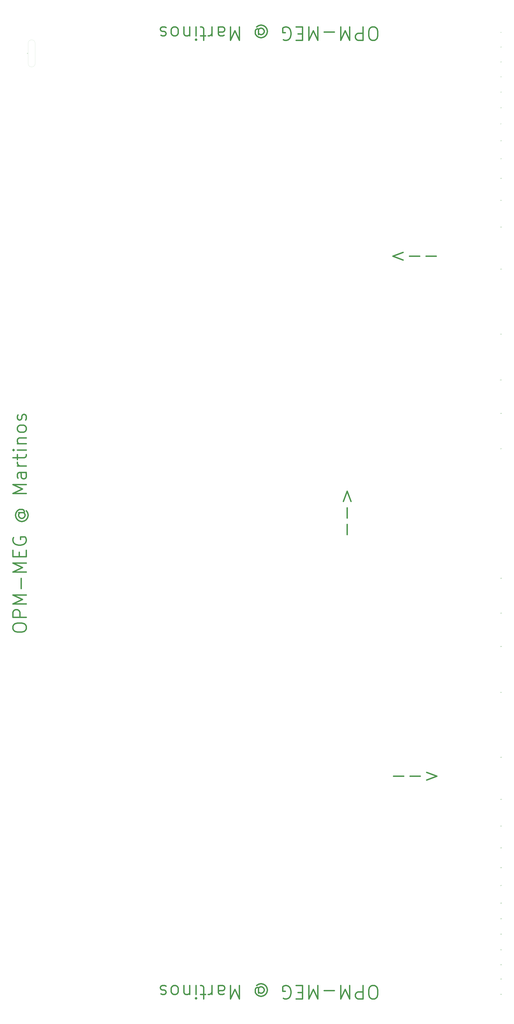
<source format=gbr>
%TF.GenerationSoftware,KiCad,Pcbnew,7.0.1-3b83917a11~172~ubuntu22.04.1*%
%TF.CreationDate,2023-12-10T16:36:40-05:00*%
%TF.ProjectId,coil_template_second,636f696c-5f74-4656-9d70-6c6174655f73,rev?*%
%TF.SameCoordinates,Original*%
%TF.FileFunction,Legend,Top*%
%TF.FilePolarity,Positive*%
%FSLAX46Y46*%
G04 Gerber Fmt 4.6, Leading zero omitted, Abs format (unit mm)*
G04 Created by KiCad (PCBNEW 7.0.1-3b83917a11~172~ubuntu22.04.1) date 2023-12-10 16:36:40*
%MOMM*%
%LPD*%
G01*
G04 APERTURE LIST*
%ADD10C,2.000000*%
%ADD11C,0.150000*%
%ADD12C,0.120000*%
G04 APERTURE END LIST*
D10*
X586004363Y-1138500048D02*
X601242459Y-1138500048D01*
X610766268Y-1138500048D02*
X626004364Y-1138500048D01*
X635528173Y-1132785762D02*
X650766269Y-1138500048D01*
X650766269Y-1138500048D02*
X635528173Y-1144214334D01*
X557619047Y-1470747619D02*
X553809523Y-1470747619D01*
X553809523Y-1470747619D02*
X551904761Y-1469795238D01*
X551904761Y-1469795238D02*
X549999999Y-1467890476D01*
X549999999Y-1467890476D02*
X549047618Y-1464080952D01*
X549047618Y-1464080952D02*
X549047618Y-1457414285D01*
X549047618Y-1457414285D02*
X549999999Y-1453604761D01*
X549999999Y-1453604761D02*
X551904761Y-1451700000D01*
X551904761Y-1451700000D02*
X553809523Y-1450747619D01*
X553809523Y-1450747619D02*
X557619047Y-1450747619D01*
X557619047Y-1450747619D02*
X559523809Y-1451700000D01*
X559523809Y-1451700000D02*
X561428571Y-1453604761D01*
X561428571Y-1453604761D02*
X562380952Y-1457414285D01*
X562380952Y-1457414285D02*
X562380952Y-1464080952D01*
X562380952Y-1464080952D02*
X561428571Y-1467890476D01*
X561428571Y-1467890476D02*
X559523809Y-1469795238D01*
X559523809Y-1469795238D02*
X557619047Y-1470747619D01*
X540476190Y-1450747619D02*
X540476190Y-1470747619D01*
X540476190Y-1470747619D02*
X532857142Y-1470747619D01*
X532857142Y-1470747619D02*
X530952380Y-1469795238D01*
X530952380Y-1469795238D02*
X529999999Y-1468842857D01*
X529999999Y-1468842857D02*
X529047618Y-1466938095D01*
X529047618Y-1466938095D02*
X529047618Y-1464080952D01*
X529047618Y-1464080952D02*
X529999999Y-1462176190D01*
X529999999Y-1462176190D02*
X530952380Y-1461223809D01*
X530952380Y-1461223809D02*
X532857142Y-1460271428D01*
X532857142Y-1460271428D02*
X540476190Y-1460271428D01*
X520476190Y-1450747619D02*
X520476190Y-1470747619D01*
X520476190Y-1470747619D02*
X513809523Y-1456461904D01*
X513809523Y-1456461904D02*
X507142856Y-1470747619D01*
X507142856Y-1470747619D02*
X507142856Y-1450747619D01*
X497619047Y-1458366666D02*
X482380952Y-1458366666D01*
X472857142Y-1450747619D02*
X472857142Y-1470747619D01*
X472857142Y-1470747619D02*
X466190475Y-1456461904D01*
X466190475Y-1456461904D02*
X459523808Y-1470747619D01*
X459523808Y-1470747619D02*
X459523808Y-1450747619D01*
X449999999Y-1461223809D02*
X443333332Y-1461223809D01*
X440476189Y-1450747619D02*
X449999999Y-1450747619D01*
X449999999Y-1450747619D02*
X449999999Y-1470747619D01*
X449999999Y-1470747619D02*
X440476189Y-1470747619D01*
X421428570Y-1469795238D02*
X423333332Y-1470747619D01*
X423333332Y-1470747619D02*
X426190475Y-1470747619D01*
X426190475Y-1470747619D02*
X429047618Y-1469795238D01*
X429047618Y-1469795238D02*
X430952380Y-1467890476D01*
X430952380Y-1467890476D02*
X431904761Y-1465985714D01*
X431904761Y-1465985714D02*
X432857142Y-1462176190D01*
X432857142Y-1462176190D02*
X432857142Y-1459319047D01*
X432857142Y-1459319047D02*
X431904761Y-1455509523D01*
X431904761Y-1455509523D02*
X430952380Y-1453604761D01*
X430952380Y-1453604761D02*
X429047618Y-1451700000D01*
X429047618Y-1451700000D02*
X426190475Y-1450747619D01*
X426190475Y-1450747619D02*
X424285713Y-1450747619D01*
X424285713Y-1450747619D02*
X421428570Y-1451700000D01*
X421428570Y-1451700000D02*
X420476189Y-1452652380D01*
X420476189Y-1452652380D02*
X420476189Y-1459319047D01*
X420476189Y-1459319047D02*
X424285713Y-1459319047D01*
X384285713Y-1460271428D02*
X385238094Y-1461223809D01*
X385238094Y-1461223809D02*
X387142856Y-1462176190D01*
X387142856Y-1462176190D02*
X389047618Y-1462176190D01*
X389047618Y-1462176190D02*
X390952380Y-1461223809D01*
X390952380Y-1461223809D02*
X391904761Y-1460271428D01*
X391904761Y-1460271428D02*
X392857142Y-1458366666D01*
X392857142Y-1458366666D02*
X392857142Y-1456461904D01*
X392857142Y-1456461904D02*
X391904761Y-1454557142D01*
X391904761Y-1454557142D02*
X390952380Y-1453604761D01*
X390952380Y-1453604761D02*
X389047618Y-1452652380D01*
X389047618Y-1452652380D02*
X387142856Y-1452652380D01*
X387142856Y-1452652380D02*
X385238094Y-1453604761D01*
X385238094Y-1453604761D02*
X384285713Y-1454557142D01*
X384285713Y-1462176190D02*
X384285713Y-1454557142D01*
X384285713Y-1454557142D02*
X383333332Y-1453604761D01*
X383333332Y-1453604761D02*
X382380951Y-1453604761D01*
X382380951Y-1453604761D02*
X380476190Y-1454557142D01*
X380476190Y-1454557142D02*
X379523809Y-1456461904D01*
X379523809Y-1456461904D02*
X379523809Y-1461223809D01*
X379523809Y-1461223809D02*
X381428571Y-1464080952D01*
X381428571Y-1464080952D02*
X384285713Y-1465985714D01*
X384285713Y-1465985714D02*
X388095237Y-1466938095D01*
X388095237Y-1466938095D02*
X391904761Y-1465985714D01*
X391904761Y-1465985714D02*
X394761904Y-1464080952D01*
X394761904Y-1464080952D02*
X396666666Y-1461223809D01*
X396666666Y-1461223809D02*
X397619047Y-1457414285D01*
X397619047Y-1457414285D02*
X396666666Y-1453604761D01*
X396666666Y-1453604761D02*
X394761904Y-1450747619D01*
X394761904Y-1450747619D02*
X391904761Y-1448842857D01*
X391904761Y-1448842857D02*
X388095237Y-1447890476D01*
X388095237Y-1447890476D02*
X384285713Y-1448842857D01*
X384285713Y-1448842857D02*
X381428571Y-1450747619D01*
X355714285Y-1450747619D02*
X355714285Y-1470747619D01*
X355714285Y-1470747619D02*
X349047618Y-1456461904D01*
X349047618Y-1456461904D02*
X342380951Y-1470747619D01*
X342380951Y-1470747619D02*
X342380951Y-1450747619D01*
X324285713Y-1450747619D02*
X324285713Y-1461223809D01*
X324285713Y-1461223809D02*
X325238094Y-1463128571D01*
X325238094Y-1463128571D02*
X327142856Y-1464080952D01*
X327142856Y-1464080952D02*
X330952380Y-1464080952D01*
X330952380Y-1464080952D02*
X332857142Y-1463128571D01*
X324285713Y-1451700000D02*
X326190475Y-1450747619D01*
X326190475Y-1450747619D02*
X330952380Y-1450747619D01*
X330952380Y-1450747619D02*
X332857142Y-1451700000D01*
X332857142Y-1451700000D02*
X333809523Y-1453604761D01*
X333809523Y-1453604761D02*
X333809523Y-1455509523D01*
X333809523Y-1455509523D02*
X332857142Y-1457414285D01*
X332857142Y-1457414285D02*
X330952380Y-1458366666D01*
X330952380Y-1458366666D02*
X326190475Y-1458366666D01*
X326190475Y-1458366666D02*
X324285713Y-1459319047D01*
X314761904Y-1450747619D02*
X314761904Y-1464080952D01*
X314761904Y-1460271428D02*
X313809523Y-1462176190D01*
X313809523Y-1462176190D02*
X312857142Y-1463128571D01*
X312857142Y-1463128571D02*
X310952380Y-1464080952D01*
X310952380Y-1464080952D02*
X309047618Y-1464080952D01*
X305238095Y-1464080952D02*
X297619047Y-1464080952D01*
X302380952Y-1470747619D02*
X302380952Y-1453604761D01*
X302380952Y-1453604761D02*
X301428571Y-1451700000D01*
X301428571Y-1451700000D02*
X299523809Y-1450747619D01*
X299523809Y-1450747619D02*
X297619047Y-1450747619D01*
X290952381Y-1450747619D02*
X290952381Y-1464080952D01*
X290952381Y-1470747619D02*
X291904762Y-1469795238D01*
X291904762Y-1469795238D02*
X290952381Y-1468842857D01*
X290952381Y-1468842857D02*
X290000000Y-1469795238D01*
X290000000Y-1469795238D02*
X290952381Y-1470747619D01*
X290952381Y-1470747619D02*
X290952381Y-1468842857D01*
X281428571Y-1464080952D02*
X281428571Y-1450747619D01*
X281428571Y-1462176190D02*
X280476190Y-1463128571D01*
X280476190Y-1463128571D02*
X278571428Y-1464080952D01*
X278571428Y-1464080952D02*
X275714285Y-1464080952D01*
X275714285Y-1464080952D02*
X273809523Y-1463128571D01*
X273809523Y-1463128571D02*
X272857142Y-1461223809D01*
X272857142Y-1461223809D02*
X272857142Y-1450747619D01*
X260476190Y-1450747619D02*
X262380952Y-1451700000D01*
X262380952Y-1451700000D02*
X263333333Y-1452652380D01*
X263333333Y-1452652380D02*
X264285714Y-1454557142D01*
X264285714Y-1454557142D02*
X264285714Y-1460271428D01*
X264285714Y-1460271428D02*
X263333333Y-1462176190D01*
X263333333Y-1462176190D02*
X262380952Y-1463128571D01*
X262380952Y-1463128571D02*
X260476190Y-1464080952D01*
X260476190Y-1464080952D02*
X257619047Y-1464080952D01*
X257619047Y-1464080952D02*
X255714285Y-1463128571D01*
X255714285Y-1463128571D02*
X254761904Y-1462176190D01*
X254761904Y-1462176190D02*
X253809523Y-1460271428D01*
X253809523Y-1460271428D02*
X253809523Y-1454557142D01*
X253809523Y-1454557142D02*
X254761904Y-1452652380D01*
X254761904Y-1452652380D02*
X255714285Y-1451700000D01*
X255714285Y-1451700000D02*
X257619047Y-1450747619D01*
X257619047Y-1450747619D02*
X260476190Y-1450747619D01*
X246190476Y-1451700000D02*
X244285714Y-1450747619D01*
X244285714Y-1450747619D02*
X240476190Y-1450747619D01*
X240476190Y-1450747619D02*
X238571428Y-1451700000D01*
X238571428Y-1451700000D02*
X237619047Y-1453604761D01*
X237619047Y-1453604761D02*
X237619047Y-1454557142D01*
X237619047Y-1454557142D02*
X238571428Y-1456461904D01*
X238571428Y-1456461904D02*
X240476190Y-1457414285D01*
X240476190Y-1457414285D02*
X243333333Y-1457414285D01*
X243333333Y-1457414285D02*
X245238095Y-1458366666D01*
X245238095Y-1458366666D02*
X246190476Y-1460271428D01*
X246190476Y-1460271428D02*
X246190476Y-1461223809D01*
X246190476Y-1461223809D02*
X245238095Y-1463128571D01*
X245238095Y-1463128571D02*
X243333333Y-1464080952D01*
X243333333Y-1464080952D02*
X240476190Y-1464080952D01*
X240476190Y-1464080952D02*
X238571428Y-1463128571D01*
X557619047Y-40747619D02*
X553809523Y-40747619D01*
X553809523Y-40747619D02*
X551904761Y-39795238D01*
X551904761Y-39795238D02*
X549999999Y-37890476D01*
X549999999Y-37890476D02*
X549047618Y-34080952D01*
X549047618Y-34080952D02*
X549047618Y-27414285D01*
X549047618Y-27414285D02*
X549999999Y-23604761D01*
X549999999Y-23604761D02*
X551904761Y-21700000D01*
X551904761Y-21700000D02*
X553809523Y-20747619D01*
X553809523Y-20747619D02*
X557619047Y-20747619D01*
X557619047Y-20747619D02*
X559523809Y-21700000D01*
X559523809Y-21700000D02*
X561428571Y-23604761D01*
X561428571Y-23604761D02*
X562380952Y-27414285D01*
X562380952Y-27414285D02*
X562380952Y-34080952D01*
X562380952Y-34080952D02*
X561428571Y-37890476D01*
X561428571Y-37890476D02*
X559523809Y-39795238D01*
X559523809Y-39795238D02*
X557619047Y-40747619D01*
X540476190Y-20747619D02*
X540476190Y-40747619D01*
X540476190Y-40747619D02*
X532857142Y-40747619D01*
X532857142Y-40747619D02*
X530952380Y-39795238D01*
X530952380Y-39795238D02*
X529999999Y-38842857D01*
X529999999Y-38842857D02*
X529047618Y-36938095D01*
X529047618Y-36938095D02*
X529047618Y-34080952D01*
X529047618Y-34080952D02*
X529999999Y-32176190D01*
X529999999Y-32176190D02*
X530952380Y-31223809D01*
X530952380Y-31223809D02*
X532857142Y-30271428D01*
X532857142Y-30271428D02*
X540476190Y-30271428D01*
X520476190Y-20747619D02*
X520476190Y-40747619D01*
X520476190Y-40747619D02*
X513809523Y-26461904D01*
X513809523Y-26461904D02*
X507142856Y-40747619D01*
X507142856Y-40747619D02*
X507142856Y-20747619D01*
X497619047Y-28366666D02*
X482380952Y-28366666D01*
X472857142Y-20747619D02*
X472857142Y-40747619D01*
X472857142Y-40747619D02*
X466190475Y-26461904D01*
X466190475Y-26461904D02*
X459523808Y-40747619D01*
X459523808Y-40747619D02*
X459523808Y-20747619D01*
X449999999Y-31223809D02*
X443333332Y-31223809D01*
X440476189Y-20747619D02*
X449999999Y-20747619D01*
X449999999Y-20747619D02*
X449999999Y-40747619D01*
X449999999Y-40747619D02*
X440476189Y-40747619D01*
X421428570Y-39795238D02*
X423333332Y-40747619D01*
X423333332Y-40747619D02*
X426190475Y-40747619D01*
X426190475Y-40747619D02*
X429047618Y-39795238D01*
X429047618Y-39795238D02*
X430952380Y-37890476D01*
X430952380Y-37890476D02*
X431904761Y-35985714D01*
X431904761Y-35985714D02*
X432857142Y-32176190D01*
X432857142Y-32176190D02*
X432857142Y-29319047D01*
X432857142Y-29319047D02*
X431904761Y-25509523D01*
X431904761Y-25509523D02*
X430952380Y-23604761D01*
X430952380Y-23604761D02*
X429047618Y-21700000D01*
X429047618Y-21700000D02*
X426190475Y-20747619D01*
X426190475Y-20747619D02*
X424285713Y-20747619D01*
X424285713Y-20747619D02*
X421428570Y-21700000D01*
X421428570Y-21700000D02*
X420476189Y-22652380D01*
X420476189Y-22652380D02*
X420476189Y-29319047D01*
X420476189Y-29319047D02*
X424285713Y-29319047D01*
X384285713Y-30271428D02*
X385238094Y-31223809D01*
X385238094Y-31223809D02*
X387142856Y-32176190D01*
X387142856Y-32176190D02*
X389047618Y-32176190D01*
X389047618Y-32176190D02*
X390952380Y-31223809D01*
X390952380Y-31223809D02*
X391904761Y-30271428D01*
X391904761Y-30271428D02*
X392857142Y-28366666D01*
X392857142Y-28366666D02*
X392857142Y-26461904D01*
X392857142Y-26461904D02*
X391904761Y-24557142D01*
X391904761Y-24557142D02*
X390952380Y-23604761D01*
X390952380Y-23604761D02*
X389047618Y-22652380D01*
X389047618Y-22652380D02*
X387142856Y-22652380D01*
X387142856Y-22652380D02*
X385238094Y-23604761D01*
X385238094Y-23604761D02*
X384285713Y-24557142D01*
X384285713Y-32176190D02*
X384285713Y-24557142D01*
X384285713Y-24557142D02*
X383333332Y-23604761D01*
X383333332Y-23604761D02*
X382380951Y-23604761D01*
X382380951Y-23604761D02*
X380476190Y-24557142D01*
X380476190Y-24557142D02*
X379523809Y-26461904D01*
X379523809Y-26461904D02*
X379523809Y-31223809D01*
X379523809Y-31223809D02*
X381428571Y-34080952D01*
X381428571Y-34080952D02*
X384285713Y-35985714D01*
X384285713Y-35985714D02*
X388095237Y-36938095D01*
X388095237Y-36938095D02*
X391904761Y-35985714D01*
X391904761Y-35985714D02*
X394761904Y-34080952D01*
X394761904Y-34080952D02*
X396666666Y-31223809D01*
X396666666Y-31223809D02*
X397619047Y-27414285D01*
X397619047Y-27414285D02*
X396666666Y-23604761D01*
X396666666Y-23604761D02*
X394761904Y-20747619D01*
X394761904Y-20747619D02*
X391904761Y-18842857D01*
X391904761Y-18842857D02*
X388095237Y-17890476D01*
X388095237Y-17890476D02*
X384285713Y-18842857D01*
X384285713Y-18842857D02*
X381428571Y-20747619D01*
X355714285Y-20747619D02*
X355714285Y-40747619D01*
X355714285Y-40747619D02*
X349047618Y-26461904D01*
X349047618Y-26461904D02*
X342380951Y-40747619D01*
X342380951Y-40747619D02*
X342380951Y-20747619D01*
X324285713Y-20747619D02*
X324285713Y-31223809D01*
X324285713Y-31223809D02*
X325238094Y-33128571D01*
X325238094Y-33128571D02*
X327142856Y-34080952D01*
X327142856Y-34080952D02*
X330952380Y-34080952D01*
X330952380Y-34080952D02*
X332857142Y-33128571D01*
X324285713Y-21700000D02*
X326190475Y-20747619D01*
X326190475Y-20747619D02*
X330952380Y-20747619D01*
X330952380Y-20747619D02*
X332857142Y-21700000D01*
X332857142Y-21700000D02*
X333809523Y-23604761D01*
X333809523Y-23604761D02*
X333809523Y-25509523D01*
X333809523Y-25509523D02*
X332857142Y-27414285D01*
X332857142Y-27414285D02*
X330952380Y-28366666D01*
X330952380Y-28366666D02*
X326190475Y-28366666D01*
X326190475Y-28366666D02*
X324285713Y-29319047D01*
X314761904Y-20747619D02*
X314761904Y-34080952D01*
X314761904Y-30271428D02*
X313809523Y-32176190D01*
X313809523Y-32176190D02*
X312857142Y-33128571D01*
X312857142Y-33128571D02*
X310952380Y-34080952D01*
X310952380Y-34080952D02*
X309047618Y-34080952D01*
X305238095Y-34080952D02*
X297619047Y-34080952D01*
X302380952Y-40747619D02*
X302380952Y-23604761D01*
X302380952Y-23604761D02*
X301428571Y-21700000D01*
X301428571Y-21700000D02*
X299523809Y-20747619D01*
X299523809Y-20747619D02*
X297619047Y-20747619D01*
X290952381Y-20747619D02*
X290952381Y-34080952D01*
X290952381Y-40747619D02*
X291904762Y-39795238D01*
X291904762Y-39795238D02*
X290952381Y-38842857D01*
X290952381Y-38842857D02*
X290000000Y-39795238D01*
X290000000Y-39795238D02*
X290952381Y-40747619D01*
X290952381Y-40747619D02*
X290952381Y-38842857D01*
X281428571Y-34080952D02*
X281428571Y-20747619D01*
X281428571Y-32176190D02*
X280476190Y-33128571D01*
X280476190Y-33128571D02*
X278571428Y-34080952D01*
X278571428Y-34080952D02*
X275714285Y-34080952D01*
X275714285Y-34080952D02*
X273809523Y-33128571D01*
X273809523Y-33128571D02*
X272857142Y-31223809D01*
X272857142Y-31223809D02*
X272857142Y-20747619D01*
X260476190Y-20747619D02*
X262380952Y-21700000D01*
X262380952Y-21700000D02*
X263333333Y-22652380D01*
X263333333Y-22652380D02*
X264285714Y-24557142D01*
X264285714Y-24557142D02*
X264285714Y-30271428D01*
X264285714Y-30271428D02*
X263333333Y-32176190D01*
X263333333Y-32176190D02*
X262380952Y-33128571D01*
X262380952Y-33128571D02*
X260476190Y-34080952D01*
X260476190Y-34080952D02*
X257619047Y-34080952D01*
X257619047Y-34080952D02*
X255714285Y-33128571D01*
X255714285Y-33128571D02*
X254761904Y-32176190D01*
X254761904Y-32176190D02*
X253809523Y-30271428D01*
X253809523Y-30271428D02*
X253809523Y-24557142D01*
X253809523Y-24557142D02*
X254761904Y-22652380D01*
X254761904Y-22652380D02*
X255714285Y-21700000D01*
X255714285Y-21700000D02*
X257619047Y-20747619D01*
X257619047Y-20747619D02*
X260476190Y-20747619D01*
X246190476Y-21700000D02*
X244285714Y-20747619D01*
X244285714Y-20747619D02*
X240476190Y-20747619D01*
X240476190Y-20747619D02*
X238571428Y-21700000D01*
X238571428Y-21700000D02*
X237619047Y-23604761D01*
X237619047Y-23604761D02*
X237619047Y-24557142D01*
X237619047Y-24557142D02*
X238571428Y-26461904D01*
X238571428Y-26461904D02*
X240476190Y-27414285D01*
X240476190Y-27414285D02*
X243333333Y-27414285D01*
X243333333Y-27414285D02*
X245238095Y-28366666D01*
X245238095Y-28366666D02*
X246190476Y-30271428D01*
X246190476Y-30271428D02*
X246190476Y-31223809D01*
X246190476Y-31223809D02*
X245238095Y-33128571D01*
X245238095Y-33128571D02*
X243333333Y-34080952D01*
X243333333Y-34080952D02*
X240476190Y-34080952D01*
X240476190Y-34080952D02*
X238571428Y-33128571D01*
X17284077Y-918644629D02*
X17284077Y-914835105D01*
X17284077Y-914835105D02*
X18236458Y-912930343D01*
X18236458Y-912930343D02*
X20141220Y-911025581D01*
X20141220Y-911025581D02*
X23950744Y-910073200D01*
X23950744Y-910073200D02*
X30617411Y-910073200D01*
X30617411Y-910073200D02*
X34426935Y-911025581D01*
X34426935Y-911025581D02*
X36331697Y-912930343D01*
X36331697Y-912930343D02*
X37284077Y-914835105D01*
X37284077Y-914835105D02*
X37284077Y-918644629D01*
X37284077Y-918644629D02*
X36331697Y-920549391D01*
X36331697Y-920549391D02*
X34426935Y-922454153D01*
X34426935Y-922454153D02*
X30617411Y-923406534D01*
X30617411Y-923406534D02*
X23950744Y-923406534D01*
X23950744Y-923406534D02*
X20141220Y-922454153D01*
X20141220Y-922454153D02*
X18236458Y-920549391D01*
X18236458Y-920549391D02*
X17284077Y-918644629D01*
X37284077Y-901501772D02*
X17284077Y-901501772D01*
X17284077Y-901501772D02*
X17284077Y-893882724D01*
X17284077Y-893882724D02*
X18236458Y-891977962D01*
X18236458Y-891977962D02*
X19188839Y-891025581D01*
X19188839Y-891025581D02*
X21093601Y-890073200D01*
X21093601Y-890073200D02*
X23950744Y-890073200D01*
X23950744Y-890073200D02*
X25855506Y-891025581D01*
X25855506Y-891025581D02*
X26807887Y-891977962D01*
X26807887Y-891977962D02*
X27760268Y-893882724D01*
X27760268Y-893882724D02*
X27760268Y-901501772D01*
X37284077Y-881501772D02*
X17284077Y-881501772D01*
X17284077Y-881501772D02*
X31569792Y-874835105D01*
X31569792Y-874835105D02*
X17284077Y-868168438D01*
X17284077Y-868168438D02*
X37284077Y-868168438D01*
X29665030Y-858644629D02*
X29665030Y-843406534D01*
X37284077Y-833882724D02*
X17284077Y-833882724D01*
X17284077Y-833882724D02*
X31569792Y-827216057D01*
X31569792Y-827216057D02*
X17284077Y-820549390D01*
X17284077Y-820549390D02*
X37284077Y-820549390D01*
X26807887Y-811025581D02*
X26807887Y-804358914D01*
X37284077Y-801501771D02*
X37284077Y-811025581D01*
X37284077Y-811025581D02*
X17284077Y-811025581D01*
X17284077Y-811025581D02*
X17284077Y-801501771D01*
X18236458Y-782454152D02*
X17284077Y-784358914D01*
X17284077Y-784358914D02*
X17284077Y-787216057D01*
X17284077Y-787216057D02*
X18236458Y-790073200D01*
X18236458Y-790073200D02*
X20141220Y-791977962D01*
X20141220Y-791977962D02*
X22045982Y-792930343D01*
X22045982Y-792930343D02*
X25855506Y-793882724D01*
X25855506Y-793882724D02*
X28712649Y-793882724D01*
X28712649Y-793882724D02*
X32522173Y-792930343D01*
X32522173Y-792930343D02*
X34426935Y-791977962D01*
X34426935Y-791977962D02*
X36331697Y-790073200D01*
X36331697Y-790073200D02*
X37284077Y-787216057D01*
X37284077Y-787216057D02*
X37284077Y-785311295D01*
X37284077Y-785311295D02*
X36331697Y-782454152D01*
X36331697Y-782454152D02*
X35379316Y-781501771D01*
X35379316Y-781501771D02*
X28712649Y-781501771D01*
X28712649Y-781501771D02*
X28712649Y-785311295D01*
X27760268Y-745311295D02*
X26807887Y-746263676D01*
X26807887Y-746263676D02*
X25855506Y-748168438D01*
X25855506Y-748168438D02*
X25855506Y-750073200D01*
X25855506Y-750073200D02*
X26807887Y-751977962D01*
X26807887Y-751977962D02*
X27760268Y-752930343D01*
X27760268Y-752930343D02*
X29665030Y-753882724D01*
X29665030Y-753882724D02*
X31569792Y-753882724D01*
X31569792Y-753882724D02*
X33474554Y-752930343D01*
X33474554Y-752930343D02*
X34426935Y-751977962D01*
X34426935Y-751977962D02*
X35379316Y-750073200D01*
X35379316Y-750073200D02*
X35379316Y-748168438D01*
X35379316Y-748168438D02*
X34426935Y-746263676D01*
X34426935Y-746263676D02*
X33474554Y-745311295D01*
X25855506Y-745311295D02*
X33474554Y-745311295D01*
X33474554Y-745311295D02*
X34426935Y-744358914D01*
X34426935Y-744358914D02*
X34426935Y-743406533D01*
X34426935Y-743406533D02*
X33474554Y-741501772D01*
X33474554Y-741501772D02*
X31569792Y-740549391D01*
X31569792Y-740549391D02*
X26807887Y-740549391D01*
X26807887Y-740549391D02*
X23950744Y-742454153D01*
X23950744Y-742454153D02*
X22045982Y-745311295D01*
X22045982Y-745311295D02*
X21093601Y-749120819D01*
X21093601Y-749120819D02*
X22045982Y-752930343D01*
X22045982Y-752930343D02*
X23950744Y-755787486D01*
X23950744Y-755787486D02*
X26807887Y-757692248D01*
X26807887Y-757692248D02*
X30617411Y-758644629D01*
X30617411Y-758644629D02*
X34426935Y-757692248D01*
X34426935Y-757692248D02*
X37284077Y-755787486D01*
X37284077Y-755787486D02*
X39188839Y-752930343D01*
X39188839Y-752930343D02*
X40141220Y-749120819D01*
X40141220Y-749120819D02*
X39188839Y-745311295D01*
X39188839Y-745311295D02*
X37284077Y-742454153D01*
X37284077Y-716739867D02*
X17284077Y-716739867D01*
X17284077Y-716739867D02*
X31569792Y-710073200D01*
X31569792Y-710073200D02*
X17284077Y-703406533D01*
X17284077Y-703406533D02*
X37284077Y-703406533D01*
X37284077Y-685311295D02*
X26807887Y-685311295D01*
X26807887Y-685311295D02*
X24903125Y-686263676D01*
X24903125Y-686263676D02*
X23950744Y-688168438D01*
X23950744Y-688168438D02*
X23950744Y-691977962D01*
X23950744Y-691977962D02*
X24903125Y-693882724D01*
X36331697Y-685311295D02*
X37284077Y-687216057D01*
X37284077Y-687216057D02*
X37284077Y-691977962D01*
X37284077Y-691977962D02*
X36331697Y-693882724D01*
X36331697Y-693882724D02*
X34426935Y-694835105D01*
X34426935Y-694835105D02*
X32522173Y-694835105D01*
X32522173Y-694835105D02*
X30617411Y-693882724D01*
X30617411Y-693882724D02*
X29665030Y-691977962D01*
X29665030Y-691977962D02*
X29665030Y-687216057D01*
X29665030Y-687216057D02*
X28712649Y-685311295D01*
X37284077Y-675787486D02*
X23950744Y-675787486D01*
X27760268Y-675787486D02*
X25855506Y-674835105D01*
X25855506Y-674835105D02*
X24903125Y-673882724D01*
X24903125Y-673882724D02*
X23950744Y-671977962D01*
X23950744Y-671977962D02*
X23950744Y-670073200D01*
X23950744Y-666263677D02*
X23950744Y-658644629D01*
X17284077Y-663406534D02*
X34426935Y-663406534D01*
X34426935Y-663406534D02*
X36331697Y-662454153D01*
X36331697Y-662454153D02*
X37284077Y-660549391D01*
X37284077Y-660549391D02*
X37284077Y-658644629D01*
X37284077Y-651977963D02*
X23950744Y-651977963D01*
X17284077Y-651977963D02*
X18236458Y-652930344D01*
X18236458Y-652930344D02*
X19188839Y-651977963D01*
X19188839Y-651977963D02*
X18236458Y-651025582D01*
X18236458Y-651025582D02*
X17284077Y-651977963D01*
X17284077Y-651977963D02*
X19188839Y-651977963D01*
X23950744Y-642454153D02*
X37284077Y-642454153D01*
X25855506Y-642454153D02*
X24903125Y-641501772D01*
X24903125Y-641501772D02*
X23950744Y-639597010D01*
X23950744Y-639597010D02*
X23950744Y-636739867D01*
X23950744Y-636739867D02*
X24903125Y-634835105D01*
X24903125Y-634835105D02*
X26807887Y-633882724D01*
X26807887Y-633882724D02*
X37284077Y-633882724D01*
X37284077Y-621501772D02*
X36331697Y-623406534D01*
X36331697Y-623406534D02*
X35379316Y-624358915D01*
X35379316Y-624358915D02*
X33474554Y-625311296D01*
X33474554Y-625311296D02*
X27760268Y-625311296D01*
X27760268Y-625311296D02*
X25855506Y-624358915D01*
X25855506Y-624358915D02*
X24903125Y-623406534D01*
X24903125Y-623406534D02*
X23950744Y-621501772D01*
X23950744Y-621501772D02*
X23950744Y-618644629D01*
X23950744Y-618644629D02*
X24903125Y-616739867D01*
X24903125Y-616739867D02*
X25855506Y-615787486D01*
X25855506Y-615787486D02*
X27760268Y-614835105D01*
X27760268Y-614835105D02*
X33474554Y-614835105D01*
X33474554Y-614835105D02*
X35379316Y-615787486D01*
X35379316Y-615787486D02*
X36331697Y-616739867D01*
X36331697Y-616739867D02*
X37284077Y-618644629D01*
X37284077Y-618644629D02*
X37284077Y-621501772D01*
X36331697Y-607216058D02*
X37284077Y-605311296D01*
X37284077Y-605311296D02*
X37284077Y-601501772D01*
X37284077Y-601501772D02*
X36331697Y-599597010D01*
X36331697Y-599597010D02*
X34426935Y-598644629D01*
X34426935Y-598644629D02*
X33474554Y-598644629D01*
X33474554Y-598644629D02*
X31569792Y-599597010D01*
X31569792Y-599597010D02*
X30617411Y-601501772D01*
X30617411Y-601501772D02*
X30617411Y-604358915D01*
X30617411Y-604358915D02*
X29665030Y-606263677D01*
X29665030Y-606263677D02*
X27760268Y-607216058D01*
X27760268Y-607216058D02*
X26807887Y-607216058D01*
X26807887Y-607216058D02*
X24903125Y-606263677D01*
X24903125Y-606263677D02*
X23950744Y-604358915D01*
X23950744Y-604358915D02*
X23950744Y-601501772D01*
X23950744Y-601501772D02*
X24903125Y-599597010D01*
X516768272Y-778135665D02*
X516768272Y-762897570D01*
X516768272Y-753373760D02*
X516768272Y-738135665D01*
X511053986Y-728611855D02*
X516768272Y-713373760D01*
X516768272Y-713373760D02*
X522482558Y-728611855D01*
X649867441Y-362765241D02*
X634629346Y-362765241D01*
X625105536Y-362765241D02*
X609867441Y-362765241D01*
X600343631Y-368479527D02*
X585105536Y-362765241D01*
X585105536Y-362765241D02*
X600343631Y-357050955D01*
D11*
%TO.C,J22*%
X745690476Y-1109745804D02*
X745690476Y-1110460089D01*
X745690476Y-1110460089D02*
X745642857Y-1110602946D01*
X745642857Y-1110602946D02*
X745547619Y-1110698185D01*
X745547619Y-1110698185D02*
X745404762Y-1110745804D01*
X745404762Y-1110745804D02*
X745309524Y-1110745804D01*
X746119048Y-1109841042D02*
X746166667Y-1109793423D01*
X746166667Y-1109793423D02*
X746261905Y-1109745804D01*
X746261905Y-1109745804D02*
X746500000Y-1109745804D01*
X746500000Y-1109745804D02*
X746595238Y-1109793423D01*
X746595238Y-1109793423D02*
X746642857Y-1109841042D01*
X746642857Y-1109841042D02*
X746690476Y-1109936280D01*
X746690476Y-1109936280D02*
X746690476Y-1110031518D01*
X746690476Y-1110031518D02*
X746642857Y-1110174375D01*
X746642857Y-1110174375D02*
X746071429Y-1110745804D01*
X746071429Y-1110745804D02*
X746690476Y-1110745804D01*
X747071429Y-1109841042D02*
X747119048Y-1109793423D01*
X747119048Y-1109793423D02*
X747214286Y-1109745804D01*
X747214286Y-1109745804D02*
X747452381Y-1109745804D01*
X747452381Y-1109745804D02*
X747547619Y-1109793423D01*
X747547619Y-1109793423D02*
X747595238Y-1109841042D01*
X747595238Y-1109841042D02*
X747642857Y-1109936280D01*
X747642857Y-1109936280D02*
X747642857Y-1110031518D01*
X747642857Y-1110031518D02*
X747595238Y-1110174375D01*
X747595238Y-1110174375D02*
X747023810Y-1110745804D01*
X747023810Y-1110745804D02*
X747642857Y-1110745804D01*
%TO.C,J1*%
X38462619Y-60588333D02*
X39176904Y-60588333D01*
X39176904Y-60588333D02*
X39319761Y-60635952D01*
X39319761Y-60635952D02*
X39415000Y-60731190D01*
X39415000Y-60731190D02*
X39462619Y-60874047D01*
X39462619Y-60874047D02*
X39462619Y-60969285D01*
X39462619Y-59588333D02*
X39462619Y-60159761D01*
X39462619Y-59874047D02*
X38462619Y-59874047D01*
X38462619Y-59874047D02*
X38605476Y-59969285D01*
X38605476Y-59969285D02*
X38700714Y-60064523D01*
X38700714Y-60064523D02*
X38748333Y-60159761D01*
%TO.C,J34*%
X745690476Y-1463324815D02*
X745690476Y-1464039100D01*
X745690476Y-1464039100D02*
X745642857Y-1464181957D01*
X745642857Y-1464181957D02*
X745547619Y-1464277196D01*
X745547619Y-1464277196D02*
X745404762Y-1464324815D01*
X745404762Y-1464324815D02*
X745309524Y-1464324815D01*
X746071429Y-1463324815D02*
X746690476Y-1463324815D01*
X746690476Y-1463324815D02*
X746357143Y-1463705767D01*
X746357143Y-1463705767D02*
X746500000Y-1463705767D01*
X746500000Y-1463705767D02*
X746595238Y-1463753386D01*
X746595238Y-1463753386D02*
X746642857Y-1463801005D01*
X746642857Y-1463801005D02*
X746690476Y-1463896243D01*
X746690476Y-1463896243D02*
X746690476Y-1464134338D01*
X746690476Y-1464134338D02*
X746642857Y-1464229576D01*
X746642857Y-1464229576D02*
X746595238Y-1464277196D01*
X746595238Y-1464277196D02*
X746500000Y-1464324815D01*
X746500000Y-1464324815D02*
X746214286Y-1464324815D01*
X746214286Y-1464324815D02*
X746119048Y-1464277196D01*
X746119048Y-1464277196D02*
X746071429Y-1464229576D01*
X747547619Y-1463658148D02*
X747547619Y-1464324815D01*
X747309524Y-1463277196D02*
X747071429Y-1463991481D01*
X747071429Y-1463991481D02*
X747690476Y-1463991481D01*
%TO.C,J11*%
X745690476Y-278841042D02*
X745690476Y-279555327D01*
X745690476Y-279555327D02*
X745642857Y-279698184D01*
X745642857Y-279698184D02*
X745547619Y-279793423D01*
X745547619Y-279793423D02*
X745404762Y-279841042D01*
X745404762Y-279841042D02*
X745309524Y-279841042D01*
X746690476Y-279841042D02*
X746119048Y-279841042D01*
X746404762Y-279841042D02*
X746404762Y-278841042D01*
X746404762Y-278841042D02*
X746309524Y-278983899D01*
X746309524Y-278983899D02*
X746214286Y-279079137D01*
X746214286Y-279079137D02*
X746119048Y-279126756D01*
X747642857Y-279841042D02*
X747071429Y-279841042D01*
X747357143Y-279841042D02*
X747357143Y-278841042D01*
X747357143Y-278841042D02*
X747261905Y-278983899D01*
X747261905Y-278983899D02*
X747166667Y-279079137D01*
X747166667Y-279079137D02*
X747071429Y-279126756D01*
%TO.C,J1*%
X746166666Y-28325652D02*
X746166666Y-29039937D01*
X746166666Y-29039937D02*
X746119047Y-29182794D01*
X746119047Y-29182794D02*
X746023809Y-29278033D01*
X746023809Y-29278033D02*
X745880952Y-29325652D01*
X745880952Y-29325652D02*
X745785714Y-29325652D01*
X747166666Y-29325652D02*
X746595238Y-29325652D01*
X746880952Y-29325652D02*
X746880952Y-28325652D01*
X746880952Y-28325652D02*
X746785714Y-28468509D01*
X746785714Y-28468509D02*
X746690476Y-28563747D01*
X746690476Y-28563747D02*
X746595238Y-28611366D01*
%TO.C,J31*%
X745690476Y-1396861193D02*
X745690476Y-1397575478D01*
X745690476Y-1397575478D02*
X745642857Y-1397718335D01*
X745642857Y-1397718335D02*
X745547619Y-1397813574D01*
X745547619Y-1397813574D02*
X745404762Y-1397861193D01*
X745404762Y-1397861193D02*
X745309524Y-1397861193D01*
X746071429Y-1396861193D02*
X746690476Y-1396861193D01*
X746690476Y-1396861193D02*
X746357143Y-1397242145D01*
X746357143Y-1397242145D02*
X746500000Y-1397242145D01*
X746500000Y-1397242145D02*
X746595238Y-1397289764D01*
X746595238Y-1397289764D02*
X746642857Y-1397337383D01*
X746642857Y-1397337383D02*
X746690476Y-1397432621D01*
X746690476Y-1397432621D02*
X746690476Y-1397670716D01*
X746690476Y-1397670716D02*
X746642857Y-1397765954D01*
X746642857Y-1397765954D02*
X746595238Y-1397813574D01*
X746595238Y-1397813574D02*
X746500000Y-1397861193D01*
X746500000Y-1397861193D02*
X746214286Y-1397861193D01*
X746214286Y-1397861193D02*
X746119048Y-1397813574D01*
X746119048Y-1397813574D02*
X746071429Y-1397765954D01*
X747642857Y-1397861193D02*
X747071429Y-1397861193D01*
X747357143Y-1397861193D02*
X747357143Y-1396861193D01*
X747357143Y-1396861193D02*
X747261905Y-1397004050D01*
X747261905Y-1397004050D02*
X747166667Y-1397099288D01*
X747166667Y-1397099288D02*
X747071429Y-1397146907D01*
%TO.C,J7*%
X745910737Y-164896666D02*
X745910737Y-165610951D01*
X745910737Y-165610951D02*
X745863118Y-165753808D01*
X745863118Y-165753808D02*
X745767880Y-165849047D01*
X745767880Y-165849047D02*
X745625023Y-165896666D01*
X745625023Y-165896666D02*
X745529785Y-165896666D01*
X746291690Y-164896666D02*
X746958356Y-164896666D01*
X746958356Y-164896666D02*
X746529785Y-165896666D01*
%TO.C,J23*%
X745690476Y-1172531058D02*
X745690476Y-1173245343D01*
X745690476Y-1173245343D02*
X745642857Y-1173388200D01*
X745642857Y-1173388200D02*
X745547619Y-1173483439D01*
X745547619Y-1173483439D02*
X745404762Y-1173531058D01*
X745404762Y-1173531058D02*
X745309524Y-1173531058D01*
X746119048Y-1172626296D02*
X746166667Y-1172578677D01*
X746166667Y-1172578677D02*
X746261905Y-1172531058D01*
X746261905Y-1172531058D02*
X746500000Y-1172531058D01*
X746500000Y-1172531058D02*
X746595238Y-1172578677D01*
X746595238Y-1172578677D02*
X746642857Y-1172626296D01*
X746642857Y-1172626296D02*
X746690476Y-1172721534D01*
X746690476Y-1172721534D02*
X746690476Y-1172816772D01*
X746690476Y-1172816772D02*
X746642857Y-1172959629D01*
X746642857Y-1172959629D02*
X746071429Y-1173531058D01*
X746071429Y-1173531058D02*
X746690476Y-1173531058D01*
X747023810Y-1172531058D02*
X747642857Y-1172531058D01*
X747642857Y-1172531058D02*
X747309524Y-1172912010D01*
X747309524Y-1172912010D02*
X747452381Y-1172912010D01*
X747452381Y-1172912010D02*
X747547619Y-1172959629D01*
X747547619Y-1172959629D02*
X747595238Y-1173007248D01*
X747595238Y-1173007248D02*
X747642857Y-1173102486D01*
X747642857Y-1173102486D02*
X747642857Y-1173340581D01*
X747642857Y-1173340581D02*
X747595238Y-1173435819D01*
X747595238Y-1173435819D02*
X747547619Y-1173483439D01*
X747547619Y-1173483439D02*
X747452381Y-1173531058D01*
X747452381Y-1173531058D02*
X747166667Y-1173531058D01*
X747166667Y-1173531058D02*
X747071429Y-1173483439D01*
X747071429Y-1173483439D02*
X747023810Y-1173435819D01*
%TO.C,J29*%
X745690476Y-1350579226D02*
X745690476Y-1351293511D01*
X745690476Y-1351293511D02*
X745642857Y-1351436368D01*
X745642857Y-1351436368D02*
X745547619Y-1351531607D01*
X745547619Y-1351531607D02*
X745404762Y-1351579226D01*
X745404762Y-1351579226D02*
X745309524Y-1351579226D01*
X746119048Y-1350674464D02*
X746166667Y-1350626845D01*
X746166667Y-1350626845D02*
X746261905Y-1350579226D01*
X746261905Y-1350579226D02*
X746500000Y-1350579226D01*
X746500000Y-1350579226D02*
X746595238Y-1350626845D01*
X746595238Y-1350626845D02*
X746642857Y-1350674464D01*
X746642857Y-1350674464D02*
X746690476Y-1350769702D01*
X746690476Y-1350769702D02*
X746690476Y-1350864940D01*
X746690476Y-1350864940D02*
X746642857Y-1351007797D01*
X746642857Y-1351007797D02*
X746071429Y-1351579226D01*
X746071429Y-1351579226D02*
X746690476Y-1351579226D01*
X747166667Y-1351579226D02*
X747357143Y-1351579226D01*
X747357143Y-1351579226D02*
X747452381Y-1351531607D01*
X747452381Y-1351531607D02*
X747500000Y-1351483987D01*
X747500000Y-1351483987D02*
X747595238Y-1351341130D01*
X747595238Y-1351341130D02*
X747642857Y-1351150654D01*
X747642857Y-1351150654D02*
X747642857Y-1350769702D01*
X747642857Y-1350769702D02*
X747595238Y-1350674464D01*
X747595238Y-1350674464D02*
X747547619Y-1350626845D01*
X747547619Y-1350626845D02*
X747452381Y-1350579226D01*
X747452381Y-1350579226D02*
X747261905Y-1350579226D01*
X747261905Y-1350579226D02*
X747166667Y-1350626845D01*
X747166667Y-1350626845D02*
X747119048Y-1350674464D01*
X747119048Y-1350674464D02*
X747071429Y-1350769702D01*
X747071429Y-1350769702D02*
X747071429Y-1351007797D01*
X747071429Y-1351007797D02*
X747119048Y-1351103035D01*
X747119048Y-1351103035D02*
X747166667Y-1351150654D01*
X747166667Y-1351150654D02*
X747261905Y-1351198273D01*
X747261905Y-1351198273D02*
X747452381Y-1351198273D01*
X747452381Y-1351198273D02*
X747547619Y-1351150654D01*
X747547619Y-1351150654D02*
X747595238Y-1351103035D01*
X747595238Y-1351103035D02*
X747642857Y-1351007797D01*
%TO.C,J28*%
X745690476Y-1327292701D02*
X745690476Y-1328006986D01*
X745690476Y-1328006986D02*
X745642857Y-1328149843D01*
X745642857Y-1328149843D02*
X745547619Y-1328245082D01*
X745547619Y-1328245082D02*
X745404762Y-1328292701D01*
X745404762Y-1328292701D02*
X745309524Y-1328292701D01*
X746119048Y-1327387939D02*
X746166667Y-1327340320D01*
X746166667Y-1327340320D02*
X746261905Y-1327292701D01*
X746261905Y-1327292701D02*
X746500000Y-1327292701D01*
X746500000Y-1327292701D02*
X746595238Y-1327340320D01*
X746595238Y-1327340320D02*
X746642857Y-1327387939D01*
X746642857Y-1327387939D02*
X746690476Y-1327483177D01*
X746690476Y-1327483177D02*
X746690476Y-1327578415D01*
X746690476Y-1327578415D02*
X746642857Y-1327721272D01*
X746642857Y-1327721272D02*
X746071429Y-1328292701D01*
X746071429Y-1328292701D02*
X746690476Y-1328292701D01*
X747261905Y-1327721272D02*
X747166667Y-1327673653D01*
X747166667Y-1327673653D02*
X747119048Y-1327626034D01*
X747119048Y-1327626034D02*
X747071429Y-1327530796D01*
X747071429Y-1327530796D02*
X747071429Y-1327483177D01*
X747071429Y-1327483177D02*
X747119048Y-1327387939D01*
X747119048Y-1327387939D02*
X747166667Y-1327340320D01*
X747166667Y-1327340320D02*
X747261905Y-1327292701D01*
X747261905Y-1327292701D02*
X747452381Y-1327292701D01*
X747452381Y-1327292701D02*
X747547619Y-1327340320D01*
X747547619Y-1327340320D02*
X747595238Y-1327387939D01*
X747595238Y-1327387939D02*
X747642857Y-1327483177D01*
X747642857Y-1327483177D02*
X747642857Y-1327530796D01*
X747642857Y-1327530796D02*
X747595238Y-1327626034D01*
X747595238Y-1327626034D02*
X747547619Y-1327673653D01*
X747547619Y-1327673653D02*
X747452381Y-1327721272D01*
X747452381Y-1327721272D02*
X747261905Y-1327721272D01*
X747261905Y-1327721272D02*
X747166667Y-1327768891D01*
X747166667Y-1327768891D02*
X747119048Y-1327816510D01*
X747119048Y-1327816510D02*
X747071429Y-1327911748D01*
X747071429Y-1327911748D02*
X747071429Y-1328102224D01*
X747071429Y-1328102224D02*
X747119048Y-1328197462D01*
X747119048Y-1328197462D02*
X747166667Y-1328245082D01*
X747166667Y-1328245082D02*
X747261905Y-1328292701D01*
X747261905Y-1328292701D02*
X747452381Y-1328292701D01*
X747452381Y-1328292701D02*
X747547619Y-1328245082D01*
X747547619Y-1328245082D02*
X747595238Y-1328197462D01*
X747595238Y-1328197462D02*
X747642857Y-1328102224D01*
X747642857Y-1328102224D02*
X747642857Y-1327911748D01*
X747642857Y-1327911748D02*
X747595238Y-1327816510D01*
X747595238Y-1327816510D02*
X747547619Y-1327768891D01*
X747547619Y-1327768891D02*
X747452381Y-1327721272D01*
%TO.C,J14*%
X745690476Y-478461274D02*
X745690476Y-479175559D01*
X745690476Y-479175559D02*
X745642857Y-479318416D01*
X745642857Y-479318416D02*
X745547619Y-479413655D01*
X745547619Y-479413655D02*
X745404762Y-479461274D01*
X745404762Y-479461274D02*
X745309524Y-479461274D01*
X746690476Y-479461274D02*
X746119048Y-479461274D01*
X746404762Y-479461274D02*
X746404762Y-478461274D01*
X746404762Y-478461274D02*
X746309524Y-478604131D01*
X746309524Y-478604131D02*
X746214286Y-478699369D01*
X746214286Y-478699369D02*
X746119048Y-478746988D01*
X747547619Y-478794607D02*
X747547619Y-479461274D01*
X747309524Y-478413655D02*
X747071429Y-479127940D01*
X747071429Y-479127940D02*
X747690476Y-479127940D01*
%TO.C,J17*%
X745690476Y-649453052D02*
X745690476Y-650167337D01*
X745690476Y-650167337D02*
X745642857Y-650310194D01*
X745642857Y-650310194D02*
X745547619Y-650405433D01*
X745547619Y-650405433D02*
X745404762Y-650453052D01*
X745404762Y-650453052D02*
X745309524Y-650453052D01*
X746690476Y-650453052D02*
X746119048Y-650453052D01*
X746404762Y-650453052D02*
X746404762Y-649453052D01*
X746404762Y-649453052D02*
X746309524Y-649595909D01*
X746309524Y-649595909D02*
X746214286Y-649691147D01*
X746214286Y-649691147D02*
X746119048Y-649738766D01*
X747023810Y-649453052D02*
X747690476Y-649453052D01*
X747690476Y-649453052D02*
X747261905Y-650453052D01*
%TO.C,J20*%
X745690476Y-944442575D02*
X745690476Y-945156860D01*
X745690476Y-945156860D02*
X745642857Y-945299717D01*
X745642857Y-945299717D02*
X745547619Y-945394956D01*
X745547619Y-945394956D02*
X745404762Y-945442575D01*
X745404762Y-945442575D02*
X745309524Y-945442575D01*
X746119048Y-944537813D02*
X746166667Y-944490194D01*
X746166667Y-944490194D02*
X746261905Y-944442575D01*
X746261905Y-944442575D02*
X746500000Y-944442575D01*
X746500000Y-944442575D02*
X746595238Y-944490194D01*
X746595238Y-944490194D02*
X746642857Y-944537813D01*
X746642857Y-944537813D02*
X746690476Y-944633051D01*
X746690476Y-944633051D02*
X746690476Y-944728289D01*
X746690476Y-944728289D02*
X746642857Y-944871146D01*
X746642857Y-944871146D02*
X746071429Y-945442575D01*
X746071429Y-945442575D02*
X746690476Y-945442575D01*
X747309524Y-944442575D02*
X747404762Y-944442575D01*
X747404762Y-944442575D02*
X747500000Y-944490194D01*
X747500000Y-944490194D02*
X747547619Y-944537813D01*
X747547619Y-944537813D02*
X747595238Y-944633051D01*
X747595238Y-944633051D02*
X747642857Y-944823527D01*
X747642857Y-944823527D02*
X747642857Y-945061622D01*
X747642857Y-945061622D02*
X747595238Y-945252098D01*
X747595238Y-945252098D02*
X747547619Y-945347336D01*
X747547619Y-945347336D02*
X747500000Y-945394956D01*
X747500000Y-945394956D02*
X747404762Y-945442575D01*
X747404762Y-945442575D02*
X747309524Y-945442575D01*
X747309524Y-945442575D02*
X747214286Y-945394956D01*
X747214286Y-945394956D02*
X747166667Y-945347336D01*
X747166667Y-945347336D02*
X747119048Y-945252098D01*
X747119048Y-945252098D02*
X747071429Y-945061622D01*
X747071429Y-945061622D02*
X747071429Y-944823527D01*
X747071429Y-944823527D02*
X747119048Y-944633051D01*
X747119048Y-944633051D02*
X747166667Y-944537813D01*
X747166667Y-944537813D02*
X747214286Y-944490194D01*
X747214286Y-944490194D02*
X747309524Y-944442575D01*
%TO.C,J9*%
X746166666Y-216841133D02*
X746166666Y-217555418D01*
X746166666Y-217555418D02*
X746119047Y-217698275D01*
X746119047Y-217698275D02*
X746023809Y-217793514D01*
X746023809Y-217793514D02*
X745880952Y-217841133D01*
X745880952Y-217841133D02*
X745785714Y-217841133D01*
X746690476Y-217841133D02*
X746880952Y-217841133D01*
X746880952Y-217841133D02*
X746976190Y-217793514D01*
X746976190Y-217793514D02*
X747023809Y-217745894D01*
X747023809Y-217745894D02*
X747119047Y-217603037D01*
X747119047Y-217603037D02*
X747166666Y-217412561D01*
X747166666Y-217412561D02*
X747166666Y-217031609D01*
X747166666Y-217031609D02*
X747119047Y-216936371D01*
X747119047Y-216936371D02*
X747071428Y-216888752D01*
X747071428Y-216888752D02*
X746976190Y-216841133D01*
X746976190Y-216841133D02*
X746785714Y-216841133D01*
X746785714Y-216841133D02*
X746690476Y-216888752D01*
X746690476Y-216888752D02*
X746642857Y-216936371D01*
X746642857Y-216936371D02*
X746595238Y-217031609D01*
X746595238Y-217031609D02*
X746595238Y-217269704D01*
X746595238Y-217269704D02*
X746642857Y-217364942D01*
X746642857Y-217364942D02*
X746690476Y-217412561D01*
X746690476Y-217412561D02*
X746785714Y-217460180D01*
X746785714Y-217460180D02*
X746976190Y-217460180D01*
X746976190Y-217460180D02*
X747071428Y-217412561D01*
X747071428Y-217412561D02*
X747119047Y-217364942D01*
X747119047Y-217364942D02*
X747166666Y-217269704D01*
%TO.C,J24*%
X745690476Y-1212303969D02*
X745690476Y-1213018254D01*
X745690476Y-1213018254D02*
X745642857Y-1213161111D01*
X745642857Y-1213161111D02*
X745547619Y-1213256350D01*
X745547619Y-1213256350D02*
X745404762Y-1213303969D01*
X745404762Y-1213303969D02*
X745309524Y-1213303969D01*
X746119048Y-1212399207D02*
X746166667Y-1212351588D01*
X746166667Y-1212351588D02*
X746261905Y-1212303969D01*
X746261905Y-1212303969D02*
X746500000Y-1212303969D01*
X746500000Y-1212303969D02*
X746595238Y-1212351588D01*
X746595238Y-1212351588D02*
X746642857Y-1212399207D01*
X746642857Y-1212399207D02*
X746690476Y-1212494445D01*
X746690476Y-1212494445D02*
X746690476Y-1212589683D01*
X746690476Y-1212589683D02*
X746642857Y-1212732540D01*
X746642857Y-1212732540D02*
X746071429Y-1213303969D01*
X746071429Y-1213303969D02*
X746690476Y-1213303969D01*
X747547619Y-1212637302D02*
X747547619Y-1213303969D01*
X747309524Y-1212256350D02*
X747071429Y-1212970635D01*
X747071429Y-1212970635D02*
X747690476Y-1212970635D01*
%TO.C,J3*%
X746103197Y-72460442D02*
X746103197Y-73174727D01*
X746103197Y-73174727D02*
X746055578Y-73317584D01*
X746055578Y-73317584D02*
X745960340Y-73412823D01*
X745960340Y-73412823D02*
X745817483Y-73460442D01*
X745817483Y-73460442D02*
X745722245Y-73460442D01*
X746484150Y-72460442D02*
X747103197Y-72460442D01*
X747103197Y-72460442D02*
X746769864Y-72841394D01*
X746769864Y-72841394D02*
X746912721Y-72841394D01*
X746912721Y-72841394D02*
X747007959Y-72889013D01*
X747007959Y-72889013D02*
X747055578Y-72936632D01*
X747055578Y-72936632D02*
X747103197Y-73031870D01*
X747103197Y-73031870D02*
X747103197Y-73269965D01*
X747103197Y-73269965D02*
X747055578Y-73365203D01*
X747055578Y-73365203D02*
X747007959Y-73412823D01*
X747007959Y-73412823D02*
X746912721Y-73460442D01*
X746912721Y-73460442D02*
X746627007Y-73460442D01*
X746627007Y-73460442D02*
X746531769Y-73412823D01*
X746531769Y-73412823D02*
X746484150Y-73365203D01*
%TO.C,J8*%
X746166666Y-190028028D02*
X746166666Y-190742313D01*
X746166666Y-190742313D02*
X746119047Y-190885170D01*
X746119047Y-190885170D02*
X746023809Y-190980409D01*
X746023809Y-190980409D02*
X745880952Y-191028028D01*
X745880952Y-191028028D02*
X745785714Y-191028028D01*
X746785714Y-190456599D02*
X746690476Y-190408980D01*
X746690476Y-190408980D02*
X746642857Y-190361361D01*
X746642857Y-190361361D02*
X746595238Y-190266123D01*
X746595238Y-190266123D02*
X746595238Y-190218504D01*
X746595238Y-190218504D02*
X746642857Y-190123266D01*
X746642857Y-190123266D02*
X746690476Y-190075647D01*
X746690476Y-190075647D02*
X746785714Y-190028028D01*
X746785714Y-190028028D02*
X746976190Y-190028028D01*
X746976190Y-190028028D02*
X747071428Y-190075647D01*
X747071428Y-190075647D02*
X747119047Y-190123266D01*
X747119047Y-190123266D02*
X747166666Y-190218504D01*
X747166666Y-190218504D02*
X747166666Y-190266123D01*
X747166666Y-190266123D02*
X747119047Y-190361361D01*
X747119047Y-190361361D02*
X747071428Y-190408980D01*
X747071428Y-190408980D02*
X746976190Y-190456599D01*
X746976190Y-190456599D02*
X746785714Y-190456599D01*
X746785714Y-190456599D02*
X746690476Y-190504218D01*
X746690476Y-190504218D02*
X746642857Y-190551837D01*
X746642857Y-190551837D02*
X746595238Y-190647075D01*
X746595238Y-190647075D02*
X746595238Y-190837551D01*
X746595238Y-190837551D02*
X746642857Y-190932789D01*
X746642857Y-190932789D02*
X746690476Y-190980409D01*
X746690476Y-190980409D02*
X746785714Y-191028028D01*
X746785714Y-191028028D02*
X746976190Y-191028028D01*
X746976190Y-191028028D02*
X747071428Y-190980409D01*
X747071428Y-190980409D02*
X747119047Y-190932789D01*
X747119047Y-190932789D02*
X747166666Y-190837551D01*
X747166666Y-190837551D02*
X747166666Y-190647075D01*
X747166666Y-190647075D02*
X747119047Y-190551837D01*
X747119047Y-190551837D02*
X747071428Y-190504218D01*
X747071428Y-190504218D02*
X746976190Y-190456599D01*
%TO.C,J4*%
X746166666Y-94596592D02*
X746166666Y-95310877D01*
X746166666Y-95310877D02*
X746119047Y-95453734D01*
X746119047Y-95453734D02*
X746023809Y-95548973D01*
X746023809Y-95548973D02*
X745880952Y-95596592D01*
X745880952Y-95596592D02*
X745785714Y-95596592D01*
X747071428Y-94929925D02*
X747071428Y-95596592D01*
X746833333Y-94548973D02*
X746595238Y-95263258D01*
X746595238Y-95263258D02*
X747214285Y-95263258D01*
%TO.C,J15*%
X745324909Y-546826798D02*
X745324909Y-547541083D01*
X745324909Y-547541083D02*
X745277290Y-547683940D01*
X745277290Y-547683940D02*
X745182052Y-547779179D01*
X745182052Y-547779179D02*
X745039195Y-547826798D01*
X745039195Y-547826798D02*
X744943957Y-547826798D01*
X746324909Y-547826798D02*
X745753481Y-547826798D01*
X746039195Y-547826798D02*
X746039195Y-546826798D01*
X746039195Y-546826798D02*
X745943957Y-546969655D01*
X745943957Y-546969655D02*
X745848719Y-547064893D01*
X745848719Y-547064893D02*
X745753481Y-547112512D01*
X747229671Y-546826798D02*
X746753481Y-546826798D01*
X746753481Y-546826798D02*
X746705862Y-547302988D01*
X746705862Y-547302988D02*
X746753481Y-547255369D01*
X746753481Y-547255369D02*
X746848719Y-547207750D01*
X746848719Y-547207750D02*
X747086814Y-547207750D01*
X747086814Y-547207750D02*
X747182052Y-547255369D01*
X747182052Y-547255369D02*
X747229671Y-547302988D01*
X747229671Y-547302988D02*
X747277290Y-547398226D01*
X747277290Y-547398226D02*
X747277290Y-547636321D01*
X747277290Y-547636321D02*
X747229671Y-547731559D01*
X747229671Y-547731559D02*
X747182052Y-547779179D01*
X747182052Y-547779179D02*
X747086814Y-547826798D01*
X747086814Y-547826798D02*
X746848719Y-547826798D01*
X746848719Y-547826798D02*
X746753481Y-547779179D01*
X746753481Y-547779179D02*
X746705862Y-547731559D01*
%TO.C,J6*%
X746166666Y-140785871D02*
X746166666Y-141500156D01*
X746166666Y-141500156D02*
X746119047Y-141643013D01*
X746119047Y-141643013D02*
X746023809Y-141738252D01*
X746023809Y-141738252D02*
X745880952Y-141785871D01*
X745880952Y-141785871D02*
X745785714Y-141785871D01*
X747071428Y-140785871D02*
X746880952Y-140785871D01*
X746880952Y-140785871D02*
X746785714Y-140833490D01*
X746785714Y-140833490D02*
X746738095Y-140881109D01*
X746738095Y-140881109D02*
X746642857Y-141023966D01*
X746642857Y-141023966D02*
X746595238Y-141214442D01*
X746595238Y-141214442D02*
X746595238Y-141595394D01*
X746595238Y-141595394D02*
X746642857Y-141690632D01*
X746642857Y-141690632D02*
X746690476Y-141738252D01*
X746690476Y-141738252D02*
X746785714Y-141785871D01*
X746785714Y-141785871D02*
X746976190Y-141785871D01*
X746976190Y-141785871D02*
X747071428Y-141738252D01*
X747071428Y-141738252D02*
X747119047Y-141690632D01*
X747119047Y-141690632D02*
X747166666Y-141595394D01*
X747166666Y-141595394D02*
X747166666Y-141357299D01*
X747166666Y-141357299D02*
X747119047Y-141262061D01*
X747119047Y-141262061D02*
X747071428Y-141214442D01*
X747071428Y-141214442D02*
X746976190Y-141166823D01*
X746976190Y-141166823D02*
X746785714Y-141166823D01*
X746785714Y-141166823D02*
X746690476Y-141214442D01*
X746690476Y-141214442D02*
X746642857Y-141262061D01*
X746642857Y-141262061D02*
X746595238Y-141357299D01*
%TO.C,J27*%
X745690476Y-1301046847D02*
X745690476Y-1301761132D01*
X745690476Y-1301761132D02*
X745642857Y-1301903989D01*
X745642857Y-1301903989D02*
X745547619Y-1301999228D01*
X745547619Y-1301999228D02*
X745404762Y-1302046847D01*
X745404762Y-1302046847D02*
X745309524Y-1302046847D01*
X746119048Y-1301142085D02*
X746166667Y-1301094466D01*
X746166667Y-1301094466D02*
X746261905Y-1301046847D01*
X746261905Y-1301046847D02*
X746500000Y-1301046847D01*
X746500000Y-1301046847D02*
X746595238Y-1301094466D01*
X746595238Y-1301094466D02*
X746642857Y-1301142085D01*
X746642857Y-1301142085D02*
X746690476Y-1301237323D01*
X746690476Y-1301237323D02*
X746690476Y-1301332561D01*
X746690476Y-1301332561D02*
X746642857Y-1301475418D01*
X746642857Y-1301475418D02*
X746071429Y-1302046847D01*
X746071429Y-1302046847D02*
X746690476Y-1302046847D01*
X747023810Y-1301046847D02*
X747690476Y-1301046847D01*
X747690476Y-1301046847D02*
X747261905Y-1302046847D01*
%TO.C,J32*%
X745690476Y-1419177446D02*
X745690476Y-1419891731D01*
X745690476Y-1419891731D02*
X745642857Y-1420034588D01*
X745642857Y-1420034588D02*
X745547619Y-1420129827D01*
X745547619Y-1420129827D02*
X745404762Y-1420177446D01*
X745404762Y-1420177446D02*
X745309524Y-1420177446D01*
X746071429Y-1419177446D02*
X746690476Y-1419177446D01*
X746690476Y-1419177446D02*
X746357143Y-1419558398D01*
X746357143Y-1419558398D02*
X746500000Y-1419558398D01*
X746500000Y-1419558398D02*
X746595238Y-1419606017D01*
X746595238Y-1419606017D02*
X746642857Y-1419653636D01*
X746642857Y-1419653636D02*
X746690476Y-1419748874D01*
X746690476Y-1419748874D02*
X746690476Y-1419986969D01*
X746690476Y-1419986969D02*
X746642857Y-1420082207D01*
X746642857Y-1420082207D02*
X746595238Y-1420129827D01*
X746595238Y-1420129827D02*
X746500000Y-1420177446D01*
X746500000Y-1420177446D02*
X746214286Y-1420177446D01*
X746214286Y-1420177446D02*
X746119048Y-1420129827D01*
X746119048Y-1420129827D02*
X746071429Y-1420082207D01*
X747071429Y-1419272684D02*
X747119048Y-1419225065D01*
X747119048Y-1419225065D02*
X747214286Y-1419177446D01*
X747214286Y-1419177446D02*
X747452381Y-1419177446D01*
X747452381Y-1419177446D02*
X747547619Y-1419225065D01*
X747547619Y-1419225065D02*
X747595238Y-1419272684D01*
X747595238Y-1419272684D02*
X747642857Y-1419367922D01*
X747642857Y-1419367922D02*
X747642857Y-1419463160D01*
X747642857Y-1419463160D02*
X747595238Y-1419606017D01*
X747595238Y-1419606017D02*
X747023810Y-1420177446D01*
X747023810Y-1420177446D02*
X747642857Y-1420177446D01*
%TO.C,J26*%
X745690476Y-1274364371D02*
X745690476Y-1275078656D01*
X745690476Y-1275078656D02*
X745642857Y-1275221513D01*
X745642857Y-1275221513D02*
X745547619Y-1275316752D01*
X745547619Y-1275316752D02*
X745404762Y-1275364371D01*
X745404762Y-1275364371D02*
X745309524Y-1275364371D01*
X746119048Y-1274459609D02*
X746166667Y-1274411990D01*
X746166667Y-1274411990D02*
X746261905Y-1274364371D01*
X746261905Y-1274364371D02*
X746500000Y-1274364371D01*
X746500000Y-1274364371D02*
X746595238Y-1274411990D01*
X746595238Y-1274411990D02*
X746642857Y-1274459609D01*
X746642857Y-1274459609D02*
X746690476Y-1274554847D01*
X746690476Y-1274554847D02*
X746690476Y-1274650085D01*
X746690476Y-1274650085D02*
X746642857Y-1274792942D01*
X746642857Y-1274792942D02*
X746071429Y-1275364371D01*
X746071429Y-1275364371D02*
X746690476Y-1275364371D01*
X747547619Y-1274364371D02*
X747357143Y-1274364371D01*
X747357143Y-1274364371D02*
X747261905Y-1274411990D01*
X747261905Y-1274411990D02*
X747214286Y-1274459609D01*
X747214286Y-1274459609D02*
X747119048Y-1274602466D01*
X747119048Y-1274602466D02*
X747071429Y-1274792942D01*
X747071429Y-1274792942D02*
X747071429Y-1275173894D01*
X747071429Y-1275173894D02*
X747119048Y-1275269132D01*
X747119048Y-1275269132D02*
X747166667Y-1275316752D01*
X747166667Y-1275316752D02*
X747261905Y-1275364371D01*
X747261905Y-1275364371D02*
X747452381Y-1275364371D01*
X747452381Y-1275364371D02*
X747547619Y-1275316752D01*
X747547619Y-1275316752D02*
X747595238Y-1275269132D01*
X747595238Y-1275269132D02*
X747642857Y-1275173894D01*
X747642857Y-1275173894D02*
X747642857Y-1274935799D01*
X747642857Y-1274935799D02*
X747595238Y-1274840561D01*
X747595238Y-1274840561D02*
X747547619Y-1274792942D01*
X747547619Y-1274792942D02*
X747452381Y-1274745323D01*
X747452381Y-1274745323D02*
X747261905Y-1274745323D01*
X747261905Y-1274745323D02*
X747166667Y-1274792942D01*
X747166667Y-1274792942D02*
X747119048Y-1274840561D01*
X747119048Y-1274840561D02*
X747071429Y-1274935799D01*
%TO.C,J25*%
X745690476Y-1244863166D02*
X745690476Y-1245577451D01*
X745690476Y-1245577451D02*
X745642857Y-1245720308D01*
X745642857Y-1245720308D02*
X745547619Y-1245815547D01*
X745547619Y-1245815547D02*
X745404762Y-1245863166D01*
X745404762Y-1245863166D02*
X745309524Y-1245863166D01*
X746119048Y-1244958404D02*
X746166667Y-1244910785D01*
X746166667Y-1244910785D02*
X746261905Y-1244863166D01*
X746261905Y-1244863166D02*
X746500000Y-1244863166D01*
X746500000Y-1244863166D02*
X746595238Y-1244910785D01*
X746595238Y-1244910785D02*
X746642857Y-1244958404D01*
X746642857Y-1244958404D02*
X746690476Y-1245053642D01*
X746690476Y-1245053642D02*
X746690476Y-1245148880D01*
X746690476Y-1245148880D02*
X746642857Y-1245291737D01*
X746642857Y-1245291737D02*
X746071429Y-1245863166D01*
X746071429Y-1245863166D02*
X746690476Y-1245863166D01*
X747595238Y-1244863166D02*
X747119048Y-1244863166D01*
X747119048Y-1244863166D02*
X747071429Y-1245339356D01*
X747071429Y-1245339356D02*
X747119048Y-1245291737D01*
X747119048Y-1245291737D02*
X747214286Y-1245244118D01*
X747214286Y-1245244118D02*
X747452381Y-1245244118D01*
X747452381Y-1245244118D02*
X747547619Y-1245291737D01*
X747547619Y-1245291737D02*
X747595238Y-1245339356D01*
X747595238Y-1245339356D02*
X747642857Y-1245434594D01*
X747642857Y-1245434594D02*
X747642857Y-1245672689D01*
X747642857Y-1245672689D02*
X747595238Y-1245767927D01*
X747595238Y-1245767927D02*
X747547619Y-1245815547D01*
X747547619Y-1245815547D02*
X747452381Y-1245863166D01*
X747452381Y-1245863166D02*
X747214286Y-1245863166D01*
X747214286Y-1245863166D02*
X747119048Y-1245815547D01*
X747119048Y-1245815547D02*
X747071429Y-1245767927D01*
%TO.C,J10*%
X745690476Y-246051730D02*
X745690476Y-246766015D01*
X745690476Y-246766015D02*
X745642857Y-246908872D01*
X745642857Y-246908872D02*
X745547619Y-247004111D01*
X745547619Y-247004111D02*
X745404762Y-247051730D01*
X745404762Y-247051730D02*
X745309524Y-247051730D01*
X746690476Y-247051730D02*
X746119048Y-247051730D01*
X746404762Y-247051730D02*
X746404762Y-246051730D01*
X746404762Y-246051730D02*
X746309524Y-246194587D01*
X746309524Y-246194587D02*
X746214286Y-246289825D01*
X746214286Y-246289825D02*
X746119048Y-246337444D01*
X747309524Y-246051730D02*
X747404762Y-246051730D01*
X747404762Y-246051730D02*
X747500000Y-246099349D01*
X747500000Y-246099349D02*
X747547619Y-246146968D01*
X747547619Y-246146968D02*
X747595238Y-246242206D01*
X747595238Y-246242206D02*
X747642857Y-246432682D01*
X747642857Y-246432682D02*
X747642857Y-246670777D01*
X747642857Y-246670777D02*
X747595238Y-246861253D01*
X747595238Y-246861253D02*
X747547619Y-246956491D01*
X747547619Y-246956491D02*
X747500000Y-247004111D01*
X747500000Y-247004111D02*
X747404762Y-247051730D01*
X747404762Y-247051730D02*
X747309524Y-247051730D01*
X747309524Y-247051730D02*
X747214286Y-247004111D01*
X747214286Y-247004111D02*
X747166667Y-246956491D01*
X747166667Y-246956491D02*
X747119048Y-246861253D01*
X747119048Y-246861253D02*
X747071429Y-246670777D01*
X747071429Y-246670777D02*
X747071429Y-246432682D01*
X747071429Y-246432682D02*
X747119048Y-246242206D01*
X747119048Y-246242206D02*
X747166667Y-246146968D01*
X747166667Y-246146968D02*
X747214286Y-246099349D01*
X747214286Y-246099349D02*
X747309524Y-246051730D01*
%TO.C,J30*%
X745690476Y-1373574669D02*
X745690476Y-1374288954D01*
X745690476Y-1374288954D02*
X745642857Y-1374431811D01*
X745642857Y-1374431811D02*
X745547619Y-1374527050D01*
X745547619Y-1374527050D02*
X745404762Y-1374574669D01*
X745404762Y-1374574669D02*
X745309524Y-1374574669D01*
X746071429Y-1373574669D02*
X746690476Y-1373574669D01*
X746690476Y-1373574669D02*
X746357143Y-1373955621D01*
X746357143Y-1373955621D02*
X746500000Y-1373955621D01*
X746500000Y-1373955621D02*
X746595238Y-1374003240D01*
X746595238Y-1374003240D02*
X746642857Y-1374050859D01*
X746642857Y-1374050859D02*
X746690476Y-1374146097D01*
X746690476Y-1374146097D02*
X746690476Y-1374384192D01*
X746690476Y-1374384192D02*
X746642857Y-1374479430D01*
X746642857Y-1374479430D02*
X746595238Y-1374527050D01*
X746595238Y-1374527050D02*
X746500000Y-1374574669D01*
X746500000Y-1374574669D02*
X746214286Y-1374574669D01*
X746214286Y-1374574669D02*
X746119048Y-1374527050D01*
X746119048Y-1374527050D02*
X746071429Y-1374479430D01*
X747309524Y-1373574669D02*
X747404762Y-1373574669D01*
X747404762Y-1373574669D02*
X747500000Y-1373622288D01*
X747500000Y-1373622288D02*
X747547619Y-1373669907D01*
X747547619Y-1373669907D02*
X747595238Y-1373765145D01*
X747595238Y-1373765145D02*
X747642857Y-1373955621D01*
X747642857Y-1373955621D02*
X747642857Y-1374193716D01*
X747642857Y-1374193716D02*
X747595238Y-1374384192D01*
X747595238Y-1374384192D02*
X747547619Y-1374479430D01*
X747547619Y-1374479430D02*
X747500000Y-1374527050D01*
X747500000Y-1374527050D02*
X747404762Y-1374574669D01*
X747404762Y-1374574669D02*
X747309524Y-1374574669D01*
X747309524Y-1374574669D02*
X747214286Y-1374527050D01*
X747214286Y-1374527050D02*
X747166667Y-1374479430D01*
X747166667Y-1374479430D02*
X747119048Y-1374384192D01*
X747119048Y-1374384192D02*
X747071429Y-1374193716D01*
X747071429Y-1374193716D02*
X747071429Y-1373955621D01*
X747071429Y-1373955621D02*
X747119048Y-1373765145D01*
X747119048Y-1373765145D02*
X747166667Y-1373669907D01*
X747166667Y-1373669907D02*
X747214286Y-1373622288D01*
X747214286Y-1373622288D02*
X747309524Y-1373574669D01*
%TO.C,J2*%
X746166666Y-50188383D02*
X746166666Y-50902668D01*
X746166666Y-50902668D02*
X746119047Y-51045525D01*
X746119047Y-51045525D02*
X746023809Y-51140764D01*
X746023809Y-51140764D02*
X745880952Y-51188383D01*
X745880952Y-51188383D02*
X745785714Y-51188383D01*
X746595238Y-50283621D02*
X746642857Y-50236002D01*
X746642857Y-50236002D02*
X746738095Y-50188383D01*
X746738095Y-50188383D02*
X746976190Y-50188383D01*
X746976190Y-50188383D02*
X747071428Y-50236002D01*
X747071428Y-50236002D02*
X747119047Y-50283621D01*
X747119047Y-50283621D02*
X747166666Y-50378859D01*
X747166666Y-50378859D02*
X747166666Y-50474097D01*
X747166666Y-50474097D02*
X747119047Y-50616954D01*
X747119047Y-50616954D02*
X746547619Y-51188383D01*
X746547619Y-51188383D02*
X747166666Y-51188383D01*
%TO.C,J12*%
X745690476Y-318749355D02*
X745690476Y-319463640D01*
X745690476Y-319463640D02*
X745642857Y-319606497D01*
X745642857Y-319606497D02*
X745547619Y-319701736D01*
X745547619Y-319701736D02*
X745404762Y-319749355D01*
X745404762Y-319749355D02*
X745309524Y-319749355D01*
X746690476Y-319749355D02*
X746119048Y-319749355D01*
X746404762Y-319749355D02*
X746404762Y-318749355D01*
X746404762Y-318749355D02*
X746309524Y-318892212D01*
X746309524Y-318892212D02*
X746214286Y-318987450D01*
X746214286Y-318987450D02*
X746119048Y-319035069D01*
X747071429Y-318844593D02*
X747119048Y-318796974D01*
X747119048Y-318796974D02*
X747214286Y-318749355D01*
X747214286Y-318749355D02*
X747452381Y-318749355D01*
X747452381Y-318749355D02*
X747547619Y-318796974D01*
X747547619Y-318796974D02*
X747595238Y-318844593D01*
X747595238Y-318844593D02*
X747642857Y-318939831D01*
X747642857Y-318939831D02*
X747642857Y-319035069D01*
X747642857Y-319035069D02*
X747595238Y-319177926D01*
X747595238Y-319177926D02*
X747023810Y-319749355D01*
X747023810Y-319749355D02*
X747642857Y-319749355D01*
%TO.C,J16*%
X745690476Y-596670431D02*
X745690476Y-597384716D01*
X745690476Y-597384716D02*
X745642857Y-597527573D01*
X745642857Y-597527573D02*
X745547619Y-597622812D01*
X745547619Y-597622812D02*
X745404762Y-597670431D01*
X745404762Y-597670431D02*
X745309524Y-597670431D01*
X746690476Y-597670431D02*
X746119048Y-597670431D01*
X746404762Y-597670431D02*
X746404762Y-596670431D01*
X746404762Y-596670431D02*
X746309524Y-596813288D01*
X746309524Y-596813288D02*
X746214286Y-596908526D01*
X746214286Y-596908526D02*
X746119048Y-596956145D01*
X747547619Y-596670431D02*
X747357143Y-596670431D01*
X747357143Y-596670431D02*
X747261905Y-596718050D01*
X747261905Y-596718050D02*
X747214286Y-596765669D01*
X747214286Y-596765669D02*
X747119048Y-596908526D01*
X747119048Y-596908526D02*
X747071429Y-597099002D01*
X747071429Y-597099002D02*
X747071429Y-597479954D01*
X747071429Y-597479954D02*
X747119048Y-597575192D01*
X747119048Y-597575192D02*
X747166667Y-597622812D01*
X747166667Y-597622812D02*
X747261905Y-597670431D01*
X747261905Y-597670431D02*
X747452381Y-597670431D01*
X747452381Y-597670431D02*
X747547619Y-597622812D01*
X747547619Y-597622812D02*
X747595238Y-597575192D01*
X747595238Y-597575192D02*
X747642857Y-597479954D01*
X747642857Y-597479954D02*
X747642857Y-597241859D01*
X747642857Y-597241859D02*
X747595238Y-597146621D01*
X747595238Y-597146621D02*
X747547619Y-597099002D01*
X747547619Y-597099002D02*
X747452381Y-597051383D01*
X747452381Y-597051383D02*
X747261905Y-597051383D01*
X747261905Y-597051383D02*
X747166667Y-597099002D01*
X747166667Y-597099002D02*
X747119048Y-597146621D01*
X747119048Y-597146621D02*
X747071429Y-597241859D01*
%TO.C,J13*%
X745690476Y-381501631D02*
X745690476Y-382215916D01*
X745690476Y-382215916D02*
X745642857Y-382358773D01*
X745642857Y-382358773D02*
X745547619Y-382454012D01*
X745547619Y-382454012D02*
X745404762Y-382501631D01*
X745404762Y-382501631D02*
X745309524Y-382501631D01*
X746690476Y-382501631D02*
X746119048Y-382501631D01*
X746404762Y-382501631D02*
X746404762Y-381501631D01*
X746404762Y-381501631D02*
X746309524Y-381644488D01*
X746309524Y-381644488D02*
X746214286Y-381739726D01*
X746214286Y-381739726D02*
X746119048Y-381787345D01*
X747023810Y-381501631D02*
X747642857Y-381501631D01*
X747642857Y-381501631D02*
X747309524Y-381882583D01*
X747309524Y-381882583D02*
X747452381Y-381882583D01*
X747452381Y-381882583D02*
X747547619Y-381930202D01*
X747547619Y-381930202D02*
X747595238Y-381977821D01*
X747595238Y-381977821D02*
X747642857Y-382073059D01*
X747642857Y-382073059D02*
X747642857Y-382311154D01*
X747642857Y-382311154D02*
X747595238Y-382406392D01*
X747595238Y-382406392D02*
X747547619Y-382454012D01*
X747547619Y-382454012D02*
X747452381Y-382501631D01*
X747452381Y-382501631D02*
X747166667Y-382501631D01*
X747166667Y-382501631D02*
X747071429Y-382454012D01*
X747071429Y-382454012D02*
X747023810Y-382406392D01*
%TO.C,J33*%
X745690476Y-1440523427D02*
X745690476Y-1441237712D01*
X745690476Y-1441237712D02*
X745642857Y-1441380569D01*
X745642857Y-1441380569D02*
X745547619Y-1441475808D01*
X745547619Y-1441475808D02*
X745404762Y-1441523427D01*
X745404762Y-1441523427D02*
X745309524Y-1441523427D01*
X746071429Y-1440523427D02*
X746690476Y-1440523427D01*
X746690476Y-1440523427D02*
X746357143Y-1440904379D01*
X746357143Y-1440904379D02*
X746500000Y-1440904379D01*
X746500000Y-1440904379D02*
X746595238Y-1440951998D01*
X746595238Y-1440951998D02*
X746642857Y-1440999617D01*
X746642857Y-1440999617D02*
X746690476Y-1441094855D01*
X746690476Y-1441094855D02*
X746690476Y-1441332950D01*
X746690476Y-1441332950D02*
X746642857Y-1441428188D01*
X746642857Y-1441428188D02*
X746595238Y-1441475808D01*
X746595238Y-1441475808D02*
X746500000Y-1441523427D01*
X746500000Y-1441523427D02*
X746214286Y-1441523427D01*
X746214286Y-1441523427D02*
X746119048Y-1441475808D01*
X746119048Y-1441475808D02*
X746071429Y-1441428188D01*
X747023810Y-1440523427D02*
X747642857Y-1440523427D01*
X747642857Y-1440523427D02*
X747309524Y-1440904379D01*
X747309524Y-1440904379D02*
X747452381Y-1440904379D01*
X747452381Y-1440904379D02*
X747547619Y-1440951998D01*
X747547619Y-1440951998D02*
X747595238Y-1440999617D01*
X747595238Y-1440999617D02*
X747642857Y-1441094855D01*
X747642857Y-1441094855D02*
X747642857Y-1441332950D01*
X747642857Y-1441332950D02*
X747595238Y-1441428188D01*
X747595238Y-1441428188D02*
X747547619Y-1441475808D01*
X747547619Y-1441475808D02*
X747452381Y-1441523427D01*
X747452381Y-1441523427D02*
X747166667Y-1441523427D01*
X747166667Y-1441523427D02*
X747071429Y-1441475808D01*
X747071429Y-1441475808D02*
X747023810Y-1441428188D01*
%TO.C,J19*%
X745690476Y-894667558D02*
X745690476Y-895381843D01*
X745690476Y-895381843D02*
X745642857Y-895524700D01*
X745642857Y-895524700D02*
X745547619Y-895619939D01*
X745547619Y-895619939D02*
X745404762Y-895667558D01*
X745404762Y-895667558D02*
X745309524Y-895667558D01*
X746690476Y-895667558D02*
X746119048Y-895667558D01*
X746404762Y-895667558D02*
X746404762Y-894667558D01*
X746404762Y-894667558D02*
X746309524Y-894810415D01*
X746309524Y-894810415D02*
X746214286Y-894905653D01*
X746214286Y-894905653D02*
X746119048Y-894953272D01*
X747166667Y-895667558D02*
X747357143Y-895667558D01*
X747357143Y-895667558D02*
X747452381Y-895619939D01*
X747452381Y-895619939D02*
X747500000Y-895572319D01*
X747500000Y-895572319D02*
X747595238Y-895429462D01*
X747595238Y-895429462D02*
X747642857Y-895238986D01*
X747642857Y-895238986D02*
X747642857Y-894858034D01*
X747642857Y-894858034D02*
X747595238Y-894762796D01*
X747595238Y-894762796D02*
X747547619Y-894715177D01*
X747547619Y-894715177D02*
X747452381Y-894667558D01*
X747452381Y-894667558D02*
X747261905Y-894667558D01*
X747261905Y-894667558D02*
X747166667Y-894715177D01*
X747166667Y-894715177D02*
X747119048Y-894762796D01*
X747119048Y-894762796D02*
X747071429Y-894858034D01*
X747071429Y-894858034D02*
X747071429Y-895096129D01*
X747071429Y-895096129D02*
X747119048Y-895191367D01*
X747119048Y-895191367D02*
X747166667Y-895238986D01*
X747166667Y-895238986D02*
X747261905Y-895286605D01*
X747261905Y-895286605D02*
X747452381Y-895286605D01*
X747452381Y-895286605D02*
X747547619Y-895238986D01*
X747547619Y-895238986D02*
X747595238Y-895191367D01*
X747595238Y-895191367D02*
X747642857Y-895096129D01*
%TO.C,J5*%
X746166666Y-117447374D02*
X746166666Y-118161659D01*
X746166666Y-118161659D02*
X746119047Y-118304516D01*
X746119047Y-118304516D02*
X746023809Y-118399755D01*
X746023809Y-118399755D02*
X745880952Y-118447374D01*
X745880952Y-118447374D02*
X745785714Y-118447374D01*
X747119047Y-117447374D02*
X746642857Y-117447374D01*
X746642857Y-117447374D02*
X746595238Y-117923564D01*
X746595238Y-117923564D02*
X746642857Y-117875945D01*
X746642857Y-117875945D02*
X746738095Y-117828326D01*
X746738095Y-117828326D02*
X746976190Y-117828326D01*
X746976190Y-117828326D02*
X747071428Y-117875945D01*
X747071428Y-117875945D02*
X747119047Y-117923564D01*
X747119047Y-117923564D02*
X747166666Y-118018802D01*
X747166666Y-118018802D02*
X747166666Y-118256897D01*
X747166666Y-118256897D02*
X747119047Y-118352135D01*
X747119047Y-118352135D02*
X747071428Y-118399755D01*
X747071428Y-118399755D02*
X746976190Y-118447374D01*
X746976190Y-118447374D02*
X746738095Y-118447374D01*
X746738095Y-118447374D02*
X746642857Y-118399755D01*
X746642857Y-118399755D02*
X746595238Y-118352135D01*
%TO.C,J21*%
X745690476Y-1012892908D02*
X745690476Y-1013607193D01*
X745690476Y-1013607193D02*
X745642857Y-1013750050D01*
X745642857Y-1013750050D02*
X745547619Y-1013845289D01*
X745547619Y-1013845289D02*
X745404762Y-1013892908D01*
X745404762Y-1013892908D02*
X745309524Y-1013892908D01*
X746119048Y-1012988146D02*
X746166667Y-1012940527D01*
X746166667Y-1012940527D02*
X746261905Y-1012892908D01*
X746261905Y-1012892908D02*
X746500000Y-1012892908D01*
X746500000Y-1012892908D02*
X746595238Y-1012940527D01*
X746595238Y-1012940527D02*
X746642857Y-1012988146D01*
X746642857Y-1012988146D02*
X746690476Y-1013083384D01*
X746690476Y-1013083384D02*
X746690476Y-1013178622D01*
X746690476Y-1013178622D02*
X746642857Y-1013321479D01*
X746642857Y-1013321479D02*
X746071429Y-1013892908D01*
X746071429Y-1013892908D02*
X746690476Y-1013892908D01*
X747642857Y-1013892908D02*
X747071429Y-1013892908D01*
X747357143Y-1013892908D02*
X747357143Y-1012892908D01*
X747357143Y-1012892908D02*
X747261905Y-1013035765D01*
X747261905Y-1013035765D02*
X747166667Y-1013131003D01*
X747166667Y-1013131003D02*
X747071429Y-1013178622D01*
%TO.C,J18*%
X745690476Y-842652619D02*
X745690476Y-843366904D01*
X745690476Y-843366904D02*
X745642857Y-843509761D01*
X745642857Y-843509761D02*
X745547619Y-843605000D01*
X745547619Y-843605000D02*
X745404762Y-843652619D01*
X745404762Y-843652619D02*
X745309524Y-843652619D01*
X746690476Y-843652619D02*
X746119048Y-843652619D01*
X746404762Y-843652619D02*
X746404762Y-842652619D01*
X746404762Y-842652619D02*
X746309524Y-842795476D01*
X746309524Y-842795476D02*
X746214286Y-842890714D01*
X746214286Y-842890714D02*
X746119048Y-842938333D01*
X747261905Y-843081190D02*
X747166667Y-843033571D01*
X747166667Y-843033571D02*
X747119048Y-842985952D01*
X747119048Y-842985952D02*
X747071429Y-842890714D01*
X747071429Y-842890714D02*
X747071429Y-842843095D01*
X747071429Y-842843095D02*
X747119048Y-842747857D01*
X747119048Y-842747857D02*
X747166667Y-842700238D01*
X747166667Y-842700238D02*
X747261905Y-842652619D01*
X747261905Y-842652619D02*
X747452381Y-842652619D01*
X747452381Y-842652619D02*
X747547619Y-842700238D01*
X747547619Y-842700238D02*
X747595238Y-842747857D01*
X747595238Y-842747857D02*
X747642857Y-842843095D01*
X747642857Y-842843095D02*
X747642857Y-842890714D01*
X747642857Y-842890714D02*
X747595238Y-842985952D01*
X747595238Y-842985952D02*
X747547619Y-843033571D01*
X747547619Y-843033571D02*
X747452381Y-843081190D01*
X747452381Y-843081190D02*
X747261905Y-843081190D01*
X747261905Y-843081190D02*
X747166667Y-843128809D01*
X747166667Y-843128809D02*
X747119048Y-843176428D01*
X747119048Y-843176428D02*
X747071429Y-843271666D01*
X747071429Y-843271666D02*
X747071429Y-843462142D01*
X747071429Y-843462142D02*
X747119048Y-843557380D01*
X747119048Y-843557380D02*
X747166667Y-843605000D01*
X747166667Y-843605000D02*
X747261905Y-843652619D01*
X747261905Y-843652619D02*
X747452381Y-843652619D01*
X747452381Y-843652619D02*
X747547619Y-843605000D01*
X747547619Y-843605000D02*
X747595238Y-843557380D01*
X747595238Y-843557380D02*
X747642857Y-843462142D01*
X747642857Y-843462142D02*
X747642857Y-843271666D01*
X747642857Y-843271666D02*
X747595238Y-843176428D01*
X747595238Y-843176428D02*
X747547619Y-843128809D01*
X747547619Y-843128809D02*
X747452381Y-843081190D01*
D12*
%TO.C,J1*%
X39990000Y-45240000D02*
X39990000Y-75240000D01*
X50490000Y-75240000D02*
X50490000Y-45240000D01*
X50490000Y-45240000D02*
G75*
G03*
X39990000Y-45240000I-5250000J0D01*
G01*
X39990000Y-75240000D02*
G75*
G03*
X50490000Y-75240000I5250000J0D01*
G01*
%TD*%
M02*

</source>
